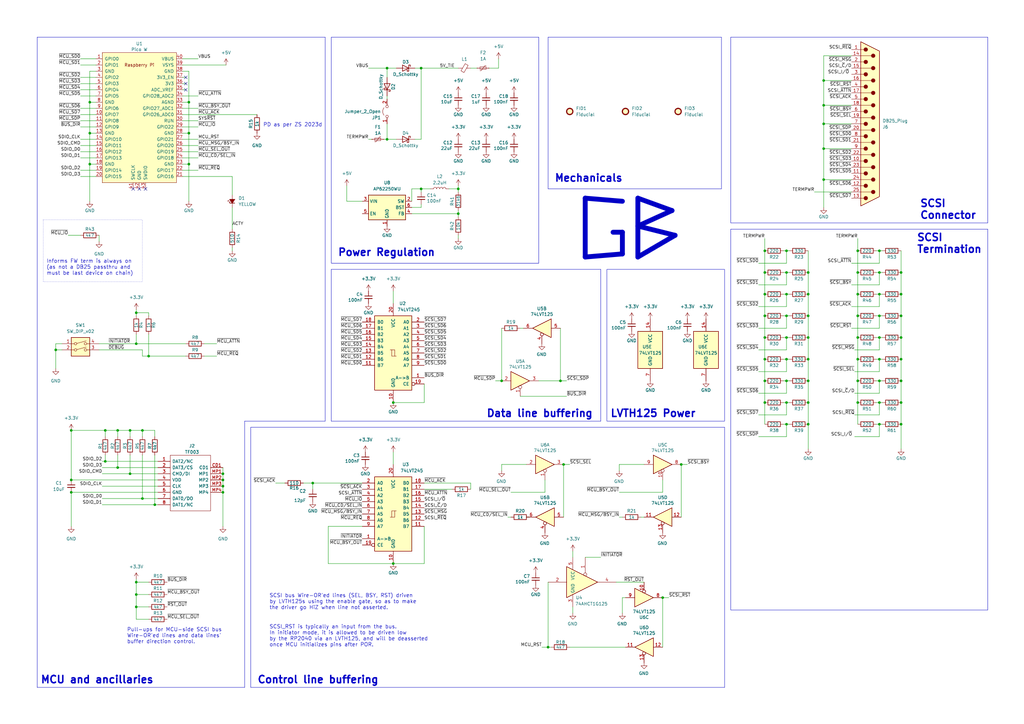
<source format=kicad_sch>
(kicad_sch (version 20230121) (generator eeschema)
  (paper "A3")
  (title_block (title "GBSCSI 2") (date "2024-02-01") (rev "1.0") (comment 1 "Drawn by; George Rudolf Mezzomo") (comment 2 "GBSCSI model 2,DB25 Plug"))
  (junction (at 271.78 245.11))
  (junction (at 43.18 189.23))
  (junction (at 48.26 176.53))
  (junction (at 351.79 156.21))
  (junction (at 172.72 27.94))
  (junction (at 360.68 173.99))
  (junction (at 322.58 165.1))
  (junction (at 158.75 57.15))
  (junction (at 55.88 128.27))
  (junction (at 369.57 173.99))
  (junction (at 331.47 173.99))
  (junction (at 48.26 191.77))
  (junction (at 331.47 120.65))
  (junction (at 369.57 156.21))
  (junction (at 360.68 165.1))
  (junction (at 77.47 67.31))
  (junction (at 63.5 207.01))
  (junction (at 331.47 111.76))
  (junction (at 187.96 87.63))
  (junction (at 360.68 147.32))
  (junction (at 55.88 238.76))
  (junction (at 313.69 138.43))
  (junction (at 55.88 140.97))
  (junction (at 360.68 120.65))
  (junction (at 77.47 54.61))
  (junction (at 351.79 102.87))
  (junction (at 231.14 190.5))
  (junction (at 53.34 194.31))
  (junction (at 337.82 50.8))
  (junction (at 351.79 120.65))
  (junction (at 29.21 201.93))
  (junction (at 337.82 33.02))
  (junction (at 313.69 165.1))
  (junction (at 91.44 199.39))
  (junction (at 322.58 129.54))
  (junction (at 313.69 129.54))
  (junction (at 351.79 129.54))
  (junction (at 351.79 111.76))
  (junction (at 43.18 176.53))
  (junction (at 55.88 248.92))
  (junction (at 36.83 67.31))
  (junction (at 331.47 156.21))
  (junction (at 337.82 60.96))
  (junction (at 322.58 173.99))
  (junction (at 360.68 138.43))
  (junction (at 91.44 196.85))
  (junction (at 205.74 156.21))
  (junction (at 322.58 147.32))
  (junction (at 322.58 120.65))
  (junction (at 322.58 138.43))
  (junction (at 369.57 129.54))
  (junction (at 322.58 156.21))
  (junction (at 331.47 165.1))
  (junction (at 369.57 120.65))
  (junction (at 91.44 194.31))
  (junction (at 55.88 243.84))
  (junction (at 322.58 102.87))
  (junction (at 337.82 73.66))
  (junction (at 351.79 147.32))
  (junction (at 91.44 201.93))
  (junction (at 161.29 165.1))
  (junction (at 369.57 111.76))
  (junction (at 77.47 41.91))
  (junction (at 369.57 138.43))
  (junction (at 128.27 198.12))
  (junction (at 229.87 156.21))
  (junction (at 360.68 156.21))
  (junction (at 360.68 102.87))
  (junction (at 313.69 102.87))
  (junction (at 369.57 165.1))
  (junction (at 331.47 147.32))
  (junction (at 337.82 43.18))
  (junction (at 351.79 138.43))
  (junction (at 313.69 156.21))
  (junction (at 313.69 111.76))
  (junction (at 53.34 176.53))
  (junction (at 369.57 147.32))
  (junction (at 360.68 111.76))
  (junction (at 322.58 111.76))
  (junction (at 36.83 41.91))
  (junction (at 161.29 231.14))
  (junction (at 172.72 77.47))
  (junction (at 313.69 120.65))
  (junction (at 360.68 129.54))
  (junction (at 58.42 176.53))
  (junction (at 279.4 190.5))
  (junction (at 331.47 129.54))
  (junction (at 158.75 27.94))
  (junction (at 313.69 147.32))
  (junction (at 36.83 54.61))
  (junction (at 22.86 143.51))
  (junction (at 58.42 204.47))
  (junction (at 351.79 165.1))
  (junction (at 29.21 196.85))
  (junction (at 187.96 77.47))
  (junction (at 331.47 138.43))
  (junction (at 60.96 146.05))
  (junction (at 29.21 176.53))
  (junction (at 224.79 265.43))
  (no_connect (at 76.2 36.83))
  (no_connect (at 54.61 77.47))
  (no_connect (at 76.2 34.29))
  (no_connect (at 76.2 31.75))
  (no_connect (at 59.69 77.47))
  (no_connect (at 57.15 77.47))
  (wire (pts (xy 95.25 85.09) (xy 95.25 93.98)))
  (wire (pts (xy 359.41 156.21) (xy 360.68 156.21)))
  (wire (pts (xy 187.96 76.2) (xy 187.96 77.47)))
  (wire (pts (xy 29.21 176.53) (xy 43.18 176.53)))
  (wire (pts (xy 39.37 62.23) (xy 33.02 62.23)))
  (wire (pts (xy 55.88 140.97) (xy 76.2 140.97)))
  (wire (pts (xy 74.93 72.39) (xy 95.25 72.39)))
  (wire (pts (xy 151.13 27.94) (xy 158.75 27.94)))
  (wire (pts (xy 240.03 228.6) (xy 246.38 228.6)))
  (wire (pts (xy 48.26 176.53) (xy 43.18 176.53)))
  (wire (pts (xy 313.69 102.87) (xy 313.69 111.76)))
  (wire (pts (xy 128.27 198.12) (xy 148.59 198.12)))
  (wire (pts (xy 134.62 215.9) (xy 134.62 231.14)))
  (wire (pts (xy 41.91 191.77) (xy 48.26 191.77)))
  (wire (pts (xy 41.91 204.47) (xy 58.42 204.47)))
  (wire (pts (xy 55.88 238.76) (xy 55.88 237.49)))
  (wire (pts (xy 311.15 179.07) (xy 322.58 179.07)))
  (wire (pts (xy 359.41 138.43) (xy 360.68 138.43)))
  (wire (pts (xy 64.77 201.93) (xy 29.21 201.93)))
  (wire (pts (xy 313.69 111.76) (xy 313.69 120.65)))
  (wire (pts (xy 60.96 248.92) (xy 55.88 248.92)))
  (wire (pts (xy 74.93 29.21) (xy 77.47 29.21)))
  (wire (pts (xy 254 212.09) (xy 255.27 212.09)))
  (polyline (pts (xy 100.33 281.94) (xy 100.33 172.72)))
  (wire (pts (xy 331.47 111.76) (xy 331.47 120.65)))
  (wire (pts (xy 360.68 165.1) (xy 361.95 165.1)))
  (wire (pts (xy 173.99 231.14) (xy 173.99 215.9)))
  (wire (pts (xy 33.02 96.52) (xy 27.94 96.52)))
  (wire (pts (xy 234.95 251.46) (xy 234.95 248.92)))
  (wire (pts (xy 331.47 138.43) (xy 331.47 147.32)))
  (polyline (pts (xy 297.18 281.94) (xy 297.18 175.26)))
  (wire (pts (xy 53.34 176.53) (xy 48.26 176.53)))
  (wire (pts (xy 359.41 147.32) (xy 360.68 147.32)))
  (wire (pts (xy 158.75 39.37) (xy 158.75 40.64)))
  (wire (pts (xy 161.29 185.42) (xy 161.29 190.5)))
  (wire (pts (xy 233.68 190.5) (xy 231.14 190.5)))
  (polyline (pts (xy 15.24 15.24) (xy 15.24 281.94)))
  (wire (pts (xy 74.93 44.45) (xy 81.28 44.45)))
  (polyline (pts (xy 133.35 172.72) (xy 133.35 15.24)))
  (wire (pts (xy 359.41 111.76) (xy 360.68 111.76)))
  (wire (pts (xy 350.52 143.51) (xy 360.68 143.51)))
  (wire (pts (xy 331.47 120.65) (xy 331.47 129.54)))
  (wire (pts (xy 369.57 111.76) (xy 369.57 120.65)))
  (wire (pts (xy 40.64 143.51) (xy 58.42 143.51)))
  (wire (pts (xy 351.79 165.1) (xy 351.79 173.99)))
  (wire (pts (xy 331.47 102.87) (xy 331.47 111.76)))
  (wire (pts (xy 321.31 173.99) (xy 322.58 173.99)))
  (wire (pts (xy 41.91 194.31) (xy 53.34 194.31)))
  (wire (pts (xy 39.37 64.77) (xy 33.02 64.77)))
  (wire (pts (xy 33.02 34.29) (xy 39.37 34.29)))
  (wire (pts (xy 58.42 143.51) (xy 58.42 146.05)))
  (wire (pts (xy 360.68 143.51) (xy 360.68 138.43)))
  (wire (pts (xy 63.5 176.53) (xy 63.5 179.07)))
  (wire (pts (xy 36.83 41.91) (xy 36.83 54.61)))
  (wire (pts (xy 322.58 170.18) (xy 322.58 165.1)))
  (wire (pts (xy 74.93 46.99) (xy 105.41 46.99)))
  (wire (pts (xy 337.82 33.02) (xy 337.82 43.18)))
  (wire (pts (xy 40.64 99.06) (xy 40.64 96.52)))
  (wire (pts (xy 53.34 194.31) (xy 64.77 194.31)))
  (wire (pts (xy 360.68 147.32) (xy 361.95 147.32)))
  (wire (pts (xy 321.31 138.43) (xy 322.58 138.43)))
  (wire (pts (xy 349.25 107.95) (xy 360.68 107.95)))
  (wire (pts (xy 359.41 102.87) (xy 360.68 102.87)))
  (wire (pts (xy 173.99 198.12) (xy 193.04 198.12)))
  (wire (pts (xy 55.88 248.92) (xy 55.88 243.84)))
  (wire (pts (xy 322.58 161.29) (xy 322.58 156.21)))
  (polyline (pts (xy 276.86 96.52) (xy 261.62 92.71)) (stroke (width 2)))
  (wire (pts (xy 172.72 77.47) (xy 172.72 78.74)))
  (wire (pts (xy 321.31 147.32) (xy 322.58 147.32)))
  (wire (pts (xy 360.68 116.84) (xy 360.68 111.76)))
  (wire (pts (xy 148.59 82.55) (xy 142.24 82.55)))
  (wire (pts (xy 254 201.93) (xy 271.78 201.93)))
  (polyline (pts (xy 246.38 110.49) (xy 135.89 110.49)))
  (wire (pts (xy 322.58 179.07) (xy 322.58 173.99)))
  (wire (pts (xy 39.37 72.39) (xy 33.02 72.39)))
  (wire (pts (xy 43.18 189.23) (xy 64.77 189.23)))
  (wire (pts (xy 351.79 138.43) (xy 351.79 147.32)))
  (wire (pts (xy 22.86 143.51) (xy 22.86 151.13)))
  (wire (pts (xy 193.04 27.94) (xy 195.58 27.94)))
  (polyline (pts (xy 240.03 81.28) (xy 240.03 105.41)) (stroke (width 2)))
  (wire (pts (xy 351.79 156.21) (xy 351.79 165.1)))
  (wire (pts (xy 255.27 245.11) (xy 255.27 251.46)))
  (wire (pts (xy 187.96 27.94) (xy 172.72 27.94)))
  (wire (pts (xy 172.72 77.47) (xy 176.53 77.47)))
  (wire (pts (xy 360.68 134.62) (xy 360.68 129.54)))
  (polyline (pts (xy 261.62 105.41) (xy 276.86 96.52)) (stroke (width 2)))
  (wire (pts (xy 172.72 27.94) (xy 172.72 57.15)))
  (wire (pts (xy 184.15 77.47) (xy 187.96 77.47)))
  (wire (pts (xy 360.68 102.87) (xy 361.95 102.87)))
  (polyline (pts (xy 255.27 82.55) (xy 240.03 81.28)) (stroke (width 2)))
  (wire (pts (xy 168.91 87.63) (xy 187.96 87.63)))
  (wire (pts (xy 322.58 111.76) (xy 323.85 111.76)))
  (wire (pts (xy 48.26 186.69) (xy 48.26 191.77)))
  (wire (pts (xy 88.9 146.05) (xy 83.82 146.05)))
  (wire (pts (xy 29.21 196.85) (xy 29.21 176.53)))
  (wire (pts (xy 311.15 170.18) (xy 322.58 170.18)))
  (wire (pts (xy 41.91 189.23) (xy 43.18 189.23)))
  (wire (pts (xy 124.46 198.12) (xy 128.27 198.12)))
  (wire (pts (xy 271.78 245.11) (xy 271.78 265.43)))
  (wire (pts (xy 41.91 199.39) (xy 64.77 199.39)))
  (polyline (pts (xy 261.62 81.28) (xy 275.59 86.36)) (stroke (width 2)))
  (wire (pts (xy 351.79 97.79) (xy 351.79 102.87)))
  (wire (pts (xy 360.68 125.73) (xy 360.68 120.65)))
  (wire (pts (xy 205.74 190.5) (xy 205.74 193.04)))
  (wire (pts (xy 172.72 57.15) (xy 170.18 57.15)))
  (wire (pts (xy 53.34 186.69) (xy 53.34 194.31)))
  (wire (pts (xy 311.15 134.62) (xy 322.58 134.62)))
  (polyline (pts (xy 246.38 172.72) (xy 246.38 110.49)))
  (polyline (pts (xy 102.87 175.26) (xy 297.18 175.26)))
  (wire (pts (xy 41.91 207.01) (xy 63.5 207.01)))
  (wire (pts (xy 224.79 238.76) (xy 224.79 265.43)))
  (wire (pts (xy 234.95 226.06) (xy 234.95 228.6)))
  (wire (pts (xy 25.4 140.97) (xy 22.86 140.97)))
  (wire (pts (xy 76.2 36.83) (xy 74.93 36.83)))
  (wire (pts (xy 360.68 156.21) (xy 361.95 156.21)))
  (wire (pts (xy 39.37 59.69) (xy 33.02 59.69)))
  (polyline (pts (xy 135.89 110.49) (xy 135.89 172.72)))
  (wire (pts (xy 187.96 96.52) (xy 187.96 97.79)))
  (wire (pts (xy 43.18 186.69) (xy 43.18 189.23)))
  (wire (pts (xy 311.15 152.4) (xy 322.58 152.4)))
  (wire (pts (xy 74.93 41.91) (xy 77.47 41.91)))
  (wire (pts (xy 170.18 27.94) (xy 172.72 27.94)))
  (wire (pts (xy 76.2 31.75) (xy 74.93 31.75)))
  (wire (pts (xy 187.96 87.63) (xy 187.96 88.9)))
  (wire (pts (xy 331.47 165.1) (xy 331.47 173.99)))
  (wire (pts (xy 205.74 190.5) (xy 215.9 190.5)))
  (wire (pts (xy 128.27 200.66) (xy 128.27 198.12)))
  (wire (pts (xy 351.79 111.76) (xy 351.79 120.65)))
  (wire (pts (xy 142.24 82.55) (xy 142.24 76.2)))
  (wire (pts (xy 36.83 41.91) (xy 39.37 41.91)))
  (wire (pts (xy 321.31 120.65) (xy 322.58 120.65)))
  (polyline (pts (xy 261.62 81.28) (xy 261.62 105.41)) (stroke (width 2)))
  (wire (pts (xy 322.58 138.43) (xy 323.85 138.43)))
  (wire (pts (xy 262.89 212.09) (xy 264.16 212.09)))
  (wire (pts (xy 313.69 97.79) (xy 313.69 102.87)))
  (wire (pts (xy 172.72 77.47) (xy 168.91 77.47)))
  (wire (pts (xy 168.91 85.09) (xy 172.72 85.09)))
  (wire (pts (xy 349.25 50.8) (xy 337.82 50.8)))
  (wire (pts (xy 134.62 231.14) (xy 161.29 231.14)))
  (wire (pts (xy 369.57 129.54) (xy 369.57 138.43)))
  (wire (pts (xy 60.96 129.54) (xy 60.96 128.27)))
  (wire (pts (xy 313.69 129.54) (xy 313.69 138.43)))
  (wire (pts (xy 321.31 129.54) (xy 322.58 129.54)))
  (wire (pts (xy 58.42 176.53) (xy 63.5 176.53)))
  (wire (pts (xy 74.93 24.13) (xy 81.28 24.13)))
  (wire (pts (xy 91.44 199.39) (xy 91.44 201.93)))
  (wire (pts (xy 337.82 43.18) (xy 337.82 50.8)))
  (wire (pts (xy 252.73 238.76) (xy 264.16 238.76)))
  (wire (pts (xy 55.88 127) (xy 55.88 128.27)))
  (wire (pts (xy 168.91 77.47) (xy 168.91 82.55)))
  (wire (pts (xy 279.4 190.5) (xy 279.4 212.09)))
  (wire (pts (xy 322.58 125.73) (xy 322.58 120.65)))
  (wire (pts (xy 33.02 44.45) (xy 39.37 44.45)))
  (wire (pts (xy 313.69 147.32) (xy 313.69 156.21)))
  (wire (pts (xy 369.57 120.65) (xy 369.57 129.54)))
  (wire (pts (xy 53.34 176.53) (xy 58.42 176.53)))
  (wire (pts (xy 157.48 57.15) (xy 158.75 57.15)))
  (wire (pts (xy 337.82 22.86) (xy 337.82 33.02)))
  (wire (pts (xy 313.69 120.65) (xy 313.69 129.54)))
  (wire (pts (xy 148.59 215.9) (xy 134.62 215.9)))
  (wire (pts (xy 200.66 27.94) (xy 204.47 27.94)))
  (wire (pts (xy 40.64 140.97) (xy 55.88 140.97)))
  (wire (pts (xy 311.15 107.95) (xy 322.58 107.95)))
  (wire (pts (xy 322.58 116.84) (xy 322.58 111.76)))
  (wire (pts (xy 313.69 156.21) (xy 313.69 165.1)))
  (polyline (pts (xy 275.59 86.36) (xy 275.59 86.36)) (stroke (width 2)))
  (wire (pts (xy 77.47 54.61) (xy 77.47 67.31)))
  (wire (pts (xy 60.96 254) (xy 55.88 254)))
  (wire (pts (xy 349.25 22.86) (xy 337.82 22.86)))
  (wire (pts (xy 55.88 128.27) (xy 60.96 128.27)))
  (wire (pts (xy 217.17 212.09) (xy 215.9 212.09)))
  (wire (pts (xy 311.15 161.29) (xy 322.58 161.29)))
  (wire (pts (xy 311.15 125.73) (xy 322.58 125.73)))
  (wire (pts (xy 322.58 143.51) (xy 322.58 138.43)))
  (wire (pts (xy 113.03 198.12) (xy 116.84 198.12)))
  (wire (pts (xy 158.75 57.15) (xy 162.56 57.15)))
  (wire (pts (xy 359.41 129.54) (xy 360.68 129.54)))
  (wire (pts (xy 224.79 265.43) (xy 226.06 265.43)))
  (wire (pts (xy 360.68 152.4) (xy 360.68 147.32)))
  (wire (pts (xy 360.68 111.76) (xy 361.95 111.76)))
  (wire (pts (xy 220.98 156.21) (xy 229.87 156.21)))
  (wire (pts (xy 322.58 129.54) (xy 323.85 129.54)))
  (wire (pts (xy 74.93 57.15) (xy 81.28 57.15)))
  (wire (pts (xy 33.02 36.83) (xy 39.37 36.83)))
  (wire (pts (xy 33.02 31.75) (xy 39.37 31.75)))
  (wire (pts (xy 369.57 156.21) (xy 369.57 165.1)))
  (wire (pts (xy 74.93 26.67) (xy 92.71 26.67)))
  (wire (pts (xy 91.44 196.85) (xy 91.44 199.39)))
  (wire (pts (xy 322.58 120.65) (xy 323.85 120.65)))
  (wire (pts (xy 359.41 165.1) (xy 360.68 165.1)))
  (wire (pts (xy 95.25 101.6) (xy 95.25 102.87)))
  (wire (pts (xy 60.96 137.16) (xy 60.96 146.05)))
  (wire (pts (xy 58.42 176.53) (xy 58.42 179.07)))
  (wire (pts (xy 322.58 165.1) (xy 323.85 165.1)))
  (wire (pts (xy 22.86 140.97) (xy 22.86 143.51)))
  (wire (pts (xy 321.31 111.76) (xy 322.58 111.76)))
  (wire (pts (xy 369.57 147.32) (xy 369.57 156.21)))
  (wire (pts (xy 222.25 265.43) (xy 224.79 265.43)))
  (polyline (pts (xy 102.87 175.26) (xy 102.87 281.94)))
  (wire (pts (xy 76.2 34.29) (xy 74.93 34.29)))
  (wire (pts (xy 337.82 60.96) (xy 349.25 60.96)))
  (wire (pts (xy 58.42 186.69) (xy 58.42 204.47)))
  (wire (pts (xy 43.18 176.53) (xy 43.18 179.07)))
  (wire (pts (xy 360.68 170.18) (xy 360.68 165.1)))
  (wire (pts (xy 91.44 191.77) (xy 91.44 194.31)))
  (polyline (pts (xy 135.89 172.72) (xy 246.38 172.72)))
  (wire (pts (xy 60.96 243.84) (xy 55.88 243.84)))
  (wire (pts (xy 231.14 190.5) (xy 231.14 212.09)))
  (wire (pts (xy 322.58 134.62) (xy 322.58 129.54)))
  (wire (pts (xy 33.02 26.67) (xy 39.37 26.67)))
  (wire (pts (xy 369.57 138.43) (xy 369.57 147.32)))
  (wire (pts (xy 161.29 231.14) (xy 173.99 231.14)))
  (wire (pts (xy 39.37 29.21) (xy 36.83 29.21)))
  (wire (pts (xy 74.93 67.31) (xy 77.47 67.31)))
  (wire (pts (xy 331.47 147.32) (xy 331.47 156.21)))
  (wire (pts (xy 360.68 161.29) (xy 360.68 156.21)))
  (wire (pts (xy 360.68 129.54) (xy 361.95 129.54)))
  (wire (pts (xy 331.47 173.99) (xy 331.47 184.15)))
  (wire (pts (xy 359.41 173.99) (xy 360.68 173.99)))
  (wire (pts (xy 369.57 173.99) (xy 369.57 184.15)))
  (wire (pts (xy 254 190.5) (xy 254 193.04)))
  (wire (pts (xy 60.96 238.76) (xy 55.88 238.76)))
  (wire (pts (xy 151.13 57.15) (xy 152.4 57.15)))
  (wire (pts (xy 55.88 254) (xy 55.88 248.92)))
  (wire (pts (xy 58.42 146.05) (xy 60.96 146.05)))
  (polyline (pts (xy 261.62 92.71) (xy 261.62 92.71)) (stroke (width 2)))
  (wire (pts (xy 36.83 67.31) (xy 39.37 67.31)))
  (wire (pts (xy 204.47 27.94) (xy 204.47 24.13)))
  (wire (pts (xy 55.88 137.16) (xy 55.88 140.97)))
  (polyline (pts (xy 276.86 96.52) (xy 276.86 96.52)) (stroke (width 2)))
  (wire (pts (xy 33.02 49.53) (xy 39.37 49.53)))
  (wire (pts (xy 274.32 245.11) (xy 271.78 245.11)))
  (wire (pts (xy 74.93 54.61) (xy 77.47 54.61)))
  (wire (pts (xy 281.94 190.5) (xy 279.4 190.5)))
  (wire (pts (xy 36.83 29.21) (xy 36.83 41.91)))
  (wire (pts (xy 36.83 54.61) (xy 36.83 67.31)))
  (wire (pts (xy 350.52 170.18) (xy 360.68 170.18)))
  (polyline (pts (xy 100.33 172.72) (xy 133.35 172.72)))
  (wire (pts (xy 203.2 156.21) (xy 205.74 156.21)))
  (wire (pts (xy 55.88 243.84) (xy 55.88 238.76)))
  (wire (pts (xy 158.75 50.8) (xy 158.75 57.15)))
  (wire (pts (xy 74.93 69.85) (xy 81.28 69.85)))
  (wire (pts (xy 33.02 39.37) (xy 39.37 39.37)))
  (wire (pts (xy 213.36 134.62) (xy 214.63 134.62)))
  (wire (pts (xy 193.04 200.66) (xy 193.04 198.12)))
  (wire (pts (xy 349.25 134.62) (xy 360.68 134.62)))
  (wire (pts (xy 349.25 125.73) (xy 360.68 125.73)))
  (wire (pts (xy 91.44 201.93) (xy 91.44 215.9)))
  (wire (pts (xy 77.47 41.91) (xy 77.47 54.61)))
  (wire (pts (xy 233.68 265.43) (xy 256.54 265.43)))
  (polyline (pts (xy 15.24 281.94) (xy 100.33 281.94)))
  (wire (pts (xy 33.02 46.99) (xy 39.37 46.99)))
  (wire (pts (xy 173.99 157.48) (xy 173.99 165.1)))
  (wire (pts (xy 322.58 173.99) (xy 323.85 173.99)))
  (wire (pts (xy 162.56 27.94) (xy 158.75 27.94)))
  (wire (pts (xy 187.96 86.36) (xy 187.96 87.63)))
  (wire (pts (xy 55.88 128.27) (xy 55.88 129.54)))
  (wire (pts (xy 322.58 147.32) (xy 323.85 147.32)))
  (wire (pts (xy 264.16 190.5) (xy 254 190.5)))
  (wire (pts (xy 91.44 194.31) (xy 91.44 196.85)))
  (wire (pts (xy 39.37 69.85) (xy 33.02 69.85)))
  (wire (pts (xy 359.41 120.65) (xy 360.68 120.65)))
  (polyline (pts (xy 251.46 95.25) (xy 255.27 95.25)) (stroke (width 2)))
  (wire (pts (xy 229.87 134.62) (xy 229.87 156.21)))
  (wire (pts (xy 208.28 212.09) (xy 209.55 212.09)))
  (wire (pts (xy 74.93 39.37) (xy 81.28 39.37)))
  (polyline (pts (xy 261.62 92.71) (xy 275.59 86.36)) (stroke (width 2)))
  (wire (pts (xy 337.82 50.8) (xy 337.82 60.96)))
  (wire (pts (xy 351.79 147.32) (xy 351.79 156.21)))
  (wire (pts (xy 351.79 102.87) (xy 351.79 111.76)))
  (wire (pts (xy 271.78 201.93) (xy 271.78 196.85)))
  (wire (pts (xy 256.54 245.11) (xy 255.27 245.11)))
  (wire (pts (xy 74.93 64.77) (xy 81.28 64.77)))
  (wire (pts (xy 74.93 62.23) (xy 81.28 62.23)))
  (wire (pts (xy 360.68 173.99) (xy 361.95 173.99)))
  (wire (pts (xy 337.82 73.66) (xy 349.25 73.66)))
  (wire (pts (xy 350.52 179.07) (xy 360.68 179.07)))
  (wire (pts (xy 321.31 165.1) (xy 322.58 165.1)))
  (wire (pts (xy 321.31 102.87) (xy 322.58 102.87)))
  (wire (pts (xy 322.58 102.87) (xy 323.85 102.87)))
  (wire (pts (xy 36.83 67.31) (xy 36.83 82.55)))
  (wire (pts (xy 36.83 54.61) (xy 39.37 54.61)))
  (wire (pts (xy 74.93 59.69) (xy 81.28 59.69)))
  (wire (pts (xy 360.68 138.43) (xy 361.95 138.43)))
  (wire (pts (xy 349.25 116.84) (xy 360.68 116.84)))
  (wire (pts (xy 53.34 176.53) (xy 53.34 179.07)))
  (wire (pts (xy 63.5 186.69) (xy 63.5 207.01)))
  (wire (pts (xy 232.41 162.56) (xy 213.36 162.56)))
  (wire (pts (xy 313.69 165.1) (xy 313.69 173.99)))
  (wire (pts (xy 360.68 179.07) (xy 360.68 173.99)))
  (wire (pts (xy 39.37 57.15) (xy 33.02 57.15)))
  (wire (pts (xy 311.15 143.51) (xy 322.58 143.51)))
  (wire (pts (xy 161.29 119.38) (xy 161.29 124.46)))
  (wire (pts (xy 33.02 52.07) (xy 39.37 52.07)))
  (wire (pts (xy 322.58 156.21) (xy 323.85 156.21)))
  (wire (pts (xy 360.68 120.65) (xy 361.95 120.65)))
  (wire (pts (xy 232.41 156.21) (xy 229.87 156.21)))
  (wire (pts (xy 63.5 207.01) (xy 64.77 207.01)))
  (wire (pts (xy 321.31 156.21) (xy 322.58 156.21)))
  (wire (pts (xy 223.52 201.93) (xy 223.52 196.85)))
  (polyline (pts (xy 102.87 281.94) (xy 297.18 281.94)))
  (wire (pts (xy 64.77 196.85) (xy 29.21 196.85)))
  (wire (pts (xy 74.93 52.07) (xy 81.28 52.07)))
  (wire (pts (xy 322.58 152.4) (xy 322.58 147.32)))
  (wire (pts (xy 350.52 161.29) (xy 360.68 161.29)))
  (wire (pts (xy 185.42 200.66) (xy 173.99 200.66)))
  (wire (pts (xy 33.02 24.13) (xy 39.37 24.13)))
  (wire (pts (xy 313.69 138.43) (xy 313.69 147.32)))
  (wire (pts (xy 95.25 72.39) (xy 95.25 80.01)))
  (wire (pts (xy 74.93 49.53) (xy 81.28 49.53)))
  (polyline (pts (xy 240.03 105.41) (xy 255.27 104.14)) (stroke (width 2)))
  (wire (pts (xy 337.82 60.96) (xy 337.82 73.66)))
  (wire (pts (xy 29.21 201.93) (xy 29.21 215.9)))
  (wire (pts (xy 369.57 102.87) (xy 369.57 111.76)))
  (wire (pts (xy 331.47 129.54) (xy 331.47 138.43)))
  (wire (pts (xy 360.68 107.95) (xy 360.68 102.87)))
  (wire (pts (xy 48.26 191.77) (xy 64.77 191.77)))
  (wire (pts (xy 22.86 143.51) (xy 25.4 143.51)))
  (wire (pts (xy 88.9 140.97) (xy 83.82 140.97)))
  (wire (pts (xy 351.79 120.65) (xy 351.79 129.54)))
  (wire (pts (xy 337.82 73.66) (xy 337.82 85.09)))
  (wire (pts (xy 172.72 85.09) (xy 172.72 83.82)))
  (wire (pts (xy 205.74 134.62) (xy 205.74 156.21)))
  (wire (pts (xy 334.01 78.74) (xy 349.25 78.74)))
  (wire (pts (xy 369.57 165.1) (xy 369.57 173.99)))
  (wire (pts (xy 351.79 129.54) (xy 351.79 138.43)))
  (wire (pts (xy 350.52 152.4) (xy 360.68 152.4)))
  (wire (pts (xy 209.55 201.93) (xy 223.52 201.93)))
  (wire (pts (xy 331.47 156.21) (xy 331.47 165.1)))
  (wire (pts (xy 322.58 107.95) (xy 322.58 102.87)))
  (wire (pts (xy 337.82 43.18) (xy 349.25 43.18)))
  (wire (pts (xy 77.47 29.21) (xy 77.47 41.91)))
  (wire (pts (xy 311.15 116.84) (xy 322.58 116.84)))
  (wire (pts (xy 173.99 165.1) (xy 161.29 165.1)))
  (wire (pts (xy 77.47 67.31) (xy 77.47 82.55)))
  (wire (pts (xy 48.26 179.07) (xy 48.26 176.53)))
  (polyline (pts (xy 255.27 104.14) (xy 255.27 95.25)) (stroke (width 2)))
  (wire (pts (xy 337.82 33.02) (xy 349.25 33.02)))
  (wire (pts (xy 187.96 77.47) (xy 187.96 78.74)))
  (wire (pts (xy 58.42 204.47) (xy 64.77 204.47)))
  (polyline (pts (xy 133.35 15.24) (xy 15.24 15.24)))
  (wire (pts (xy 158.75 27.94) (xy 158.75 31.75)))
  (wire (pts (xy 60.96 146.05) (xy 76.2 146.05)))
  (rectangle (start 299.72 93.98) (end 405.13 250.19))
  (rectangle (start 224.79 15.24) (end 295.91 77.47))
  (rectangle (start 248.92 110.49) (end 297.18 172.72))
  (rectangle (start 299.72 15.24) (end 405.13 91.44))
  (rectangle (start 17.78 90.17) (end 58.42 115.57) (stroke (width 0) (type dot)))
  (rectangle (start 135.89 15.24) (end 220.98 107.95))
  (text "PD as per ZS 2023d\n\n" (at 107.95 54.61 0) (effects (font (size 1.524 1.524)) (justify left bottom)))
  (text "Pull-ups for MCU-side SCSI bus\nWire-OR'ed lines and data lines'\nbuffer direction control." (at 52.07 264.16 0) (effects (font (size 1.524 1.524)) (justify left bottom)))
  (text "MCU and ancillaries" (at 16.51 280.67 0) (effects (font (size 3 3) (thickness 0.6) bold) (justify left bottom)))
  (text "SCSI_RST is typically an input from the bus.\nIn initiator mode, it is allowed to be driven low\nby the RP2040 via an LVTH125, and will be deasserted\nonce MCU initializes pins after POR." (at 110.49 265.43 0) (effects (font (size 1.524 1.524)) (justify left bottom)))
  (text "Data line buffering" (at 199.39 171.45 0) (effects (font (size 3 3) (thickness 0.6) bold) (justify left bottom)))
  (text "LVTH125 Power" (at 250.19 171.45 0) (effects (font (size 3 3) (thickness 0.6) bold) (justify left bottom)))
  (text "Power Regulation" (at 138.43 105.41 0) (effects (font (size 3 3) (thickness 0.6) bold) (justify left bottom)))
  (text "SCSI\nConnector\n" (at 377.19 90.17 0) (effects (font (size 3 3) (thickness 0.6) bold) (justify left bottom)))
  (text "Mechanicals" (at 227.33 74.93 0) (effects (font (size 3 3) (thickness 0.6) bold) (justify left bottom)))
  (text "Informs FW term is always on\n(as not a DB25 passthru and\nmust be last device on chain)" (at 19.05 113.03 0) (effects (font (size 1.524 1.524)) (justify left bottom)))
  (text "Control line buffering" (at 105.41 280.67 0) (effects (font (size 3 3) (thickness 0.6) bold) (justify left bottom)))
  (text "SCSI bus Wire-OR'ed lines (SEL, BSY, RST) driven\nby LVTH125s using the enable gate, so as to make\nthe driver go HiZ when line not asserted." (at 110.49 250.19 0) (effects (font (size 1.524 1.524)) (justify left bottom)))
  (text "SCSI\nTermination" (at 375.92 104.14 0) (effects (font (size 3 3) (thickness 0.6) bold) (justify left bottom)))
  (label "~{SCSI_BSY}" (at 349.25 116.84 180))
  (label "~{MCU_REQ}" (at 88.9 146.05 0))
  (label "~{MCU_SD5}" (at 148.59 137.16 180))
  (label "~{MCU_CD{slash}SEL_IN}" (at 208.28 212.09 180))
  (label "~{SCSI_MSG}" (at 349.25 25.4 180))
  (label "SCSI_~{REQ}" (at 173.99 213.36 0))
  (label "~{INITIATOR}" (at 148.59 220.98 180))
  (label "~{SCSI_SD5}" (at 173.99 137.16 0))
  (label "VBUS" (at 151.13 27.94 180))
  (label "SDIO_D3" (at 33.02 72.39 180))
  (label "~{BUS_DIR}" (at 173.99 154.94 0))
  (label "~{MCU_REQ}" (at 148.59 213.36 180))
  (label "SDIO_CMD" (at 41.91 194.31 180))
  (label "~{DEBUG}" (at 44.45 143.51 0))
  (label "SDIO_D2" (at 41.91 189.23 180))
  (label "~{MCU_ACK}" (at 173.99 198.12 0))
  (label "~{SCSI_SD4}" (at 173.99 139.7 0))
  (label "~{SCSI_SD3}" (at 311.15 134.62 180))
  (label "SCSI_~{REQ}" (at 350.52 170.18 180))
  (label "~{SCSI_SDP}" (at 349.25 53.34 180))
  (label "~{SCSI_SD2}" (at 173.99 144.78 0))
  (label "~{SCSI_SD7}" (at 311.15 170.18 180))
  (label "~{SCSI_SD7}" (at 349.25 81.28 180))
  (label "VBUS" (at 81.28 24.13 0))
  (label "~{SCSI_SD0}" (at 311.15 107.95 180))
  (label "~{INITIATOR}" (at 246.38 228.6 0))
  (label "~{SCSI_SD1}" (at 173.99 147.32 0))
  (label "TERMPWR" (at 351.79 97.79 180))
  (label "~{MCU_SD7}" (at 33.02 46.99 180))
  (label "~{INITIATOR}" (at 44.45 140.97 0))
  (label "~{SCSI_SDP}" (at 311.15 179.07 180))
  (label "~{MCU_IO}" (at 81.28 52.07 0))
  (label "~{MCU_SD3}" (at 33.02 34.29 180))
  (label "~{BUS_DIR}" (at 33.02 52.07 180))
  (label "SYS~{RST}" (at 81.28 49.53 0))
  (label "~{SCSI_ACK}" (at 113.03 198.12 180))
  (label "~{MCU_SD5}" (at 33.02 39.37 180))
  (label "~{MCU_ACK}" (at 81.28 46.99 0))
  (label "SDIO_D1" (at 33.02 64.77 180))
  (label "SCSI_~{ATTN}" (at 349.25 107.95 180))
  (label "~{SCSI_SEL}" (at 233.68 190.5 0))
  (label "~{MCU_SD1}" (at 148.59 147.32 180))
  (label "SCSI_I{slash}~{O} " (at 350.52 179.07 180))
  (label "SCSI_~{ATTN}" (at 148.59 203.2 180))
  (label "SCSI_I{slash}~{O} " (at 349.25 30.48 180))
  (label "~{MCU_SD3}" (at 148.59 142.24 180))
  (label "SDIO_D1" (at 41.91 207.01 180))
  (label "~{SCSI_SD7}" (at 173.99 132.08 0))
  (label "~{SCSI_ACK}" (at 349.25 125.73 180))
  (label "SCSI_~{C}{slash}D" (at 349.25 27.94 180))
  (label "~{MCU_ATTN}" (at 81.28 39.37 0))
  (label "~{SCSI_SD1}" (at 349.25 58.42 180))
  (label "~{MCU_SEL_OUT}" (at 81.28 62.23 0))
  (label "SDIO_D0" (at 41.91 204.47 180))
  (label "~{MCU_BSY_OUT}" (at 81.28 44.45 0))
  (label "~{SCSI_SEL}" (at 349.25 48.26 180))
  (label "~{SCSI_SD3}" (at 349.25 66.04 180))
  (label "~{MCU_SD4}" (at 33.02 36.83 180))
  (label "~{SCSI_BSY}" (at 349.25 45.72 180))
  (label "~{MCU_ATTN}" (at 88.9 140.97 0))
  (label "5V_TIE" (at 180.34 27.94 0))
  (label "SDIO_CLK" (at 41.91 199.39 180))
  (label "~{MCU_CD{slash}SEL_IN}" (at 148.59 208.28 180))
  (label "TERMPWR" (at 334.01 78.74 180))
  (label "SDIO_D2" (at 33.02 69.85 180))
  (label "TERMPWR" (at 313.69 97.79 180))
  (label "~{SCSI_SD0}" (at 173.99 149.86 0))
  (label "SCSI_~{ATTN}" (at 349.25 38.1 180))
  (label "~{MCU_SD2}" (at 33.02 31.75 180))
  (label "SCSI_~{C}{slash}D" (at 173.99 208.28 0))
  (label "~{MCU_SEL_OUT}" (at 68.58 254 0))
  (label "~{MCU_REQ}" (at 81.28 69.85 0))
  (label "MCU_RST" (at 222.25 265.43 180))
  (label "~{SCSI_SD3}" (at 173.99 142.24 0))
  (label "~{MCU_SD4}" (at 148.59 139.7 180))
  (label "SDIO_D0" (at 33.02 62.23 180))
  (label "SDIO_CMD" (at 33.02 59.69 180))
  (label "~{SCSI_SD6}" (at 173.99 134.62 0))
  (label "~{MCU_BSY_OUT}" (at 148.59 223.52 180))
  (label "SDIO_D3" (at 41.91 191.77 180))
  (label "~{SCSI_SD5}" (at 349.25 71.12 180))
  (label "~{SCSI_SD5}" (at 311.15 152.4 180))
  (label "~{MCU_SD7}" (at 148.59 132.08 180))
  (label "~{SCSI_SD2}" (at 349.25 63.5 180))
  (label "~{MCU_MSG{slash}BSY_IN}" (at 254 212.09 180))
  (label "~{MCU_SEL_OUT}" (at 209.55 201.93 180))
  (label "~{SCSI_SD4}" (at 311.15 143.51 180))
  (label "~{MCU_SD6}" (at 148.59 134.62 180))
  (label "~{SCSI_SD4}" (at 349.25 68.58 180))
  (label "~{MCU_CD{slash}SEL_IN}" (at 81.28 64.77 0))
  (label "~{SCSI_RST}" (at 349.25 134.62 180))
  (label "~{SCSI_SD0}" (at 349.25 55.88 180))
  (label "SCSI_~{REQ}" (at 349.25 20.32 180))
  (label "~{SCSI_SD1}" (at 311.15 116.84 180))
  (label "~{SCSI_BSY}" (at 281.94 190.5 0))
  (label "~{MCU_MSG{slash}BSY_IN}" (at 148.59 210.82 180))
  (label "~{SCSI_MSG}" (at 173.99 210.82 0))
  (label "~{SCSI_ACK}" (at 349.25 40.64 180))
  (label "~{MCU_SD6}" (at 33.02 44.45 180))
  (label "~{MCU_BSY_OUT}" (at 68.58 243.84 0))
  (label "~{RST_OUT}" (at 68.58 248.92 0))
  (label "~{RST_OUT}" (at 264.16 238.76 180))
  (label "~{MCU_BSY_OUT}" (at 254 201.93 180))
  (label "~{SCSI_SEL}" (at 350.52 152.4 180))
  (label "~{MCU_IO}" (at 27.94 96.52 180))
  (label "~{SCSI_MSG}" (at 350.52 143.51 180))
  (label "~{MCU_SD2}" (at 148.59 144.78 180))
  (label "~{SCSI_SD2}" (at 311.15 125.73 180))
  (label "~{MCU_ATTN}" (at 173.99 203.2 0))
  (label "~{BUS_DIR}" (at 68.58 238.76 0))
  (label "~{MCU_IO}" (at 148.59 205.74 180))
  (label "~{MCU_SDP}" (at 33.02 49.53 180))
  (label "TERMPWR" (at 151.13 57.15 180))
  (label "~{SCSI_RST}" (at 274.32 245.11 0))
  (label "~{SCSI_SD6}" (at 349.25 76.2 180))
  (label "~{MCU_SDP}" (at 203.2 156.21 180))
  (label "MCU_RST" (at 81.28 57.15 0))
  (label "~{MCU_SD1}" (at 33.02 26.67 180))
  (label "~{SCSI_RST}" (at 349.25 35.56 180))
  (label "~{SCSI_ACK}" (at 148.59 200.66 180))
  (label "SDIO_CLK" (at 33.02 57.15 180))
  (label "SCSI_~{C}{slash}D" (at 350.52 161.29 180))
  (label "ACTY" (at 95.25 92.71 0))
  (label "~{BUS_DIR}" (at 232.41 162.56 0))
  (label "SCSI_I{slash}~{O} " (at 173.99 205.74 0))
  (label "~{SCSI_SD6}" (at 311.15 161.29 180))
  (label "~{MCU_SD0}" (at 33.02 24.13 180))
  (label "~{SCSI_SDP}" (at 232.41 156.21 0))
  (label "~{MCU_MSG{slash}BSY_IN}" (at 81.28 59.69 0))
  (label "~{MCU_SD0}" (at 148.59 149.86 180))
  (symbol (lib_id "Device:R") (at 317.5 120.65 90) (mirror x) (unit 1)
    (property "Reference" "R26" (at 317.5 123.19 90))
    (property "Value" "220" (at 317.5 120.65 90))
    (property "Footprint" "Resistor_SMD:R_0603_1608Metric" (effects hide))
    (property "LCSC" "C22962" (effects hide))
  )
  (symbol (lib_id "Device:R") (at 317.5 102.87 90) (mirror x) (unit 1)
    (property "Reference" "R22" (at 317.5 105.41 90))
    (property "Value" "220" (at 317.5 102.87 90))
    (property "Footprint" "Resistor_SMD:R_0603_1608Metric" (effects hide))
    (property "LCSC" "C22962" (effects hide))
  )
  (symbol (lib_id "power:+5V") (at 92.71 26.67 0) (unit 1)
    (property "Reference" "#PWR013" (effects hide))
    (property "Value" "+5V" (at 92.71 21.59 0))
  )
  (symbol (lib_id "Device:R") (at 355.6 111.76 90) (mirror x) (unit 1)
    (property "Reference" "R45" (at 355.6 114.3 90))
    (property "Value" "220" (at 355.6 111.76 90))
    (property "Footprint" "Resistor_SMD:R_0603_1608Metric" (effects hide))
    (property "LCSC" "C22962" (effects hide))
  )
  (symbol (lib_id "Device:R") (at 365.76 147.32 90) (mirror x) (unit 1)
    (property "Reference" "R58" (at 365.76 149.86 90))
    (property "Value" "330" (at 365.76 147.32 90))
    (property "Footprint" "Resistor_SMD:R_0603_1608Metric" (effects hide))
    (property "LCSC" "C23138" (effects hide))
  )
  (symbol (lib_id "Mechanical:Fiducial") (at 233.68 45.72 0) (unit 1)
    (property "Reference" "FID1" (at 236.22 44.45 0) (effects (justify left)))
    (property "Value" "Fiducial" (at 236.22 46.99 0) (effects (justify left)))
    (property "Footprint" "Fiducial:Fiducial_0.5mm_Mask1mm" (effects hide))
    (property "LCSC" "N/A" (effects hide))
  )
  (symbol (lib_id "Device:R") (at 365.76 156.21 90) (mirror x) (unit 1)
    (property "Reference" "R59" (at 365.76 158.75 90))
    (property "Value" "330" (at 365.76 156.21 90))
    (property "Footprint" "Resistor_SMD:R_0603_1608Metric" (effects hide))
    (property "LCSC" "C23138" (effects hide))
  )
  (symbol (lib_id "74xx:74LS245") (at 161.29 210.82 0) (unit 1)
    (property "Reference" "U3" (at 166.37 190.5 0))
    (property "Value" "74LVT245" (at 168.91 193.04 0))
    (property "Footprint" "Package_SO:SSOP-20_5.3x7.2mm_P0.65mm" (effects hide))
    (property "Datasheet" "http://www.ti.com/lit/gpn/sn74LS245" (effects hide))
    (property "LCSC" "C2652121" (effects hide))
  )
  (symbol (lib_id "power:+3.3V") (at 151.13 119.38 0) (unit 1)
    (property "Reference" "#PWR019" (effects hide))
    (property "Value" "+3.3V" (at 151.13 114.3 0))
  )
  (symbol (lib_id "power:GND") (at 77.47 82.55 0) (unit 1)
    (property "Reference" "#PWR011" (effects hide))
    (property "Value" "GND" (at 77.47 86.36 0))
  )
  (symbol (lib_id "power:+5V") (at 199.39 38.1 0) (mirror y) (unit 1)
    (property "Reference" "#PWR075" (effects hide))
    (property "Value" "+5V" (at 199.39 33.02 0))
  )
  (symbol (lib_id "Device:R") (at 60.96 133.35 0) (unit 1)
    (property "Reference" "R6" (at 62.992 133.35 90))
    (property "Value" "1k" (at 60.96 133.35 90))
    (property "Footprint" "Resistor_SMD:R_0603_1608Metric" (effects hide))
    (property "LCSC" "C21190" (effects hide))
  )
  (symbol (lib_id "power:GND") (at 205.74 193.04 0) (mirror y) (unit 1)
    (property "Reference" "#PWR026" (effects hide))
    (property "Value" "GND" (at 205.613 197.4342 0))
  )
  (symbol (lib_id "74xx:74LVC125") (at 289.56 143.51 0) (unit 5)
    (property "Reference" "U6" (at 288.29 142.24 0))
    (property "Value" "74LVT125" (at 289.56 144.78 0))
    (property "Footprint" "Package_SO:TSSOP-14_4.4x5mm_P0.65mm" (effects hide))
    (property "Datasheet" "http://www.ti.com/lit/gpn/sn74LVC125" (effects hide))
    (property "LCSC" "C7042" (effects hide))
  )
  (symbol (lib_id "power:+3.3V") (at 149.86 185.42 0) (unit 1)
    (property "Reference" "#PWR017" (effects hide))
    (property "Value" "+3.3V" (at 149.86 180.34 0))
  )
  (symbol (lib_id "power:+3.3V") (at 161.29 185.42 0) (unit 1)
    (property "Reference" "#PWR061" (effects hide))
    (property "Value" "+3.3V" (at 161.29 180.34 0))
  )
  (symbol (lib_id "power:GND") (at 161.29 165.1 0) (unit 1)
    (property "Reference" "#PWR022" (effects hide))
    (property "Value" "GND" (at 161.29 168.91 0))
  )
  (symbol (lib_id "Device:C_Small") (at 187.96 59.69 0) (unit 1)
    (property "Reference" "C12" (at 185.6486 58.5216 0) (effects (justify right)))
    (property "Value" "22uF" (at 185.6486 60.833 0) (effects (justify right)))
    (property "Footprint" "Capacitor_SMD:C_0603_1608Metric" (effects hide))
    (property "LCSC" "C59461" (effects hide))
  )
  (symbol (lib_id "Device:C_Small") (at 259.08 133.35 0) (unit 1)
    (property "Reference" "C5" (at 256.7686 132.1816 0) (effects (justify right)))
    (property "Value" "100nF" (at 256.7686 134.493 0) (effects (justify right)))
    (property "Footprint" "Capacitor_SMD:C_0603_1608Metric" (effects hide))
    (property "LCSC" "C14663" (effects hide))
  )
  (symbol (lib_id "Device:R") (at 327.66 165.1 90) (mirror x) (unit 1)
    (property "Reference" "R37" (at 327.66 167.64 90))
    (property "Value" "330" (at 327.66 165.1 90))
    (property "Footprint" "Resistor_SMD:R_0603_1608Metric" (effects hide))
    (property "LCSC" "C23138" (effects hide))
  )
  (symbol (lib_id "power:+3.3V") (at 161.29 119.38 0) (unit 1)
    (property "Reference" "#PWR062" (effects hide))
    (property "Value" "+3.3V" (at 161.29 114.3 0))
  )
  (symbol (lib_id "power:GND") (at 95.25 102.87 0) (mirror y) (unit 1)
    (property "Reference" "#PWR014" (effects hide))
    (property "Value" "GND" (at 95.25 106.68 0))
  )
  (symbol (lib_id "74xx:74LVC125") (at 264.16 265.43 0) (mirror y) (unit 4)
    (property "Reference" "U6" (at 264.16 257.3782 0))
    (property "Value" "74LVT125" (at 264.16 259.6896 0))
    (property "Footprint" "Package_SO:TSSOP-14_4.4x5mm_P0.65mm" (effects hide))
    (property "Datasheet" "http://www.ti.com/lit/gpn/sn74LVC125" (effects hide))
    (property "LCSC" "C7042" (effects hide))
  )
  (symbol (lib_id "74xx:74LVC125") (at 223.52 190.5 0) (unit 1)
    (property "Reference" "U6" (at 223.52 182.4482 0))
    (property "Value" "74LVT125" (at 223.52 184.7596 0))
    (property "Footprint" "Package_SO:TSSOP-14_4.4x5mm_P0.65mm" (effects hide))
    (property "Datasheet" "http://www.ti.com/lit/gpn/sn74LVC125" (effects hide))
    (property "LCSC" "C7042" (effects hide))
  )
  (symbol (lib_id "Device:R") (at 327.66 147.32 90) (mirror x) (unit 1)
    (property "Reference" "R33" (at 327.66 149.86 90))
    (property "Value" "330" (at 327.66 147.32 90))
    (property "Footprint" "Resistor_SMD:R_0603_1608Metric" (effects hide))
    (property "LCSC" "C23138" (effects hide))
  )
  (symbol (lib_id "Device:R") (at 80.01 140.97 90) (unit 1)
    (property "Reference" "R8" (at 80.01 138.43 90))
    (property "Value" "4k7" (at 80.01 140.97 90))
    (property "Footprint" "Resistor_SMD:R_0603_1608Metric" (effects hide))
    (property "LCSC" "C23162" (effects hide))
  )
  (symbol (lib_id "power:GND") (at 210.82 62.23 0) (unit 1)
    (property "Reference" "#PWR074" (effects hide))
    (property "Value" "GND" (at 210.82 66.04 0))
  )
  (symbol (lib_id "Device:R") (at 365.76 102.87 90) (mirror x) (unit 1)
    (property "Reference" "R53" (at 365.76 105.41 90))
    (property "Value" "330" (at 365.76 102.87 90))
    (property "Footprint" "Resistor_SMD:R_0603_1608Metric" (effects hide))
    (property "LCSC" "C23138" (effects hide))
  )
  (symbol (lib_id "power:GND") (at 199.39 43.18 0) (unit 1)
    (property "Reference" "#PWR076" (effects hide))
    (property "Value" "GND" (at 199.39 46.99 0))
  )
  (symbol (lib_id "Device:D_Schottky") (at 166.37 27.94 0) (mirror y) (unit 1)
    (property "Reference" "D3" (at 166.37 25.4 0))
    (property "Value" "D_Schottky" (at 166.37 30.48 0))
    (property "Footprint" "Diode_SMD:D_SOD-123" (effects hide))
    (property "LCSC" "C82544" (effects hide))
  )
  (symbol (lib_id "Mechanical:Fiducial") (at 278.13 45.72 0) (unit 1)
    (property "Reference" "FID3" (at 280.67 44.45 0) (effects (justify left)))
    (property "Value" "Fiducial" (at 280.67 46.99 0) (effects (justify left)))
    (property "Footprint" "Fiducial:Fiducial_0.5mm_Mask1mm" (effects hide))
    (property "LCSC" "N/A" (effects hide))
  )
  (symbol (lib_id "Device:R") (at 355.6 138.43 90) (mirror x) (unit 1)
    (property "Reference" "R48" (at 355.6 140.97 90))
    (property "Value" "220" (at 355.6 138.43 90))
    (property "Footprint" "Resistor_SMD:R_0603_1608Metric" (effects hide))
    (property "LCSC" "C22962" (effects hide))
  )
  (symbol (lib_id "Device:R") (at 317.5 111.76 90) (mirror x) (unit 1)
    (property "Reference" "R24" (at 317.5 114.3 90))
    (property "Value" "220" (at 317.5 111.76 90))
    (property "Footprint" "Resistor_SMD:R_0603_1608Metric" (effects hide))
    (property "LCSC" "C22962" (effects hide))
  )
  (symbol (lib_id "Device:R") (at 63.5 182.88 180) (unit 1)
    (property "Reference" "R7" (at 61.468 182.88 90))
    (property "Value" "4k7" (at 63.5 182.88 90))
    (property "Footprint" "Resistor_SMD:R_0603_1608Metric" (effects hide))
    (property "LCSC" "C23162" (effects hide))
  )
  (symbol (lib_id "power:GND") (at 149.86 190.5 0) (unit 1)
    (property "Reference" "#PWR018" (effects hide))
    (property "Value" "GND" (at 149.86 194.31 0))
  )
  (symbol (lib_id "Device:R") (at 187.96 82.55 0) (mirror y) (unit 1)
    (property "Reference" "R41" (at 185.42 82.55 90))
    (property "Value" "31k6" (at 187.96 82.55 90))
    (property "Footprint" "Resistor_SMD:R_0603_1608Metric" (effects hide))
    (property "LCSC" "C25967" (effects hide))
  )
  (symbol (lib_id "power:GND") (at 22.86 151.13 0) (unit 1)
    (property "Reference" "#PWR02" (effects hide))
    (property "Value" "GND" (at 22.86 156.21 0))
  )
  (symbol (lib_id "power:GND") (at 151.13 124.46 0) (unit 1)
    (property "Reference" "#PWR020" (effects hide))
    (property "Value" "GND" (at 151.13 128.27 0))
  )
  (symbol (lib_id "power:+5V") (at 204.47 24.13 0) (unit 1)
    (property "Reference" "#PWR031" (effects hide))
    (property "Value" "+5V" (at 204.47 19.05 0))
  )
  (symbol (lib_id "power:GND") (at 254 193.04 0) (mirror y) (unit 1)
    (property "Reference" "#PWR032" (effects hide))
    (property "Value" "GND" (at 253.873 197.4342 0))
  )
  (symbol (lib_id "power:+5V") (at 142.24 76.2 0) (unit 1)
    (property "Reference" "#PWR063" (effects hide))
    (property "Value" "+5V" (at 142.24 71.12 0))
  )
  (symbol (lib_id "74xx:74LVC125") (at 271.78 190.5 0) (unit 3)
    (property "Reference" "U5" (at 271.78 182.4482 0))
    (property "Value" "74LVT125" (at 271.78 184.7596 0))
    (property "Footprint" "Package_SO:TSSOP-14_4.4x5mm_P0.65mm" (effects hide))
    (property "Datasheet" "http://www.ti.com/lit/gpn/sn74LVC125" (effects hide))
    (property "LCSC" "C7042" (effects hide))
  )
  (symbol (lib_id "power:+3.3V") (at 219.71 234.95 0) (unit 1)
    (property "Reference" "#PWR025" (effects hide))
    (property "Value" "+3.3V" (at 219.71 229.87 0))
  )
  (symbol (lib_id "Device:C_Small") (at 149.86 187.96 0) (unit 1)
    (property "Reference" "C3" (at 147.5486 186.7916 0) (effects (justify right)))
    (property "Value" "100nF" (at 147.5486 189.103 0) (effects (justify right)))
    (property "Footprint" "Capacitor_SMD:C_0603_1608Metric" (effects hide))
    (property "LCSC" "C14663" (effects hide))
  )
  (symbol (lib_id "Device:R") (at 355.6 102.87 90) (mirror x) (unit 1)
    (property "Reference" "R44" (at 355.6 105.41 90))
    (property "Value" "220" (at 355.6 102.87 90))
    (property "Footprint" "Resistor_SMD:R_0603_1608Metric" (effects hide))
    (property "LCSC" "C22962" (effects hide))
  )
  (symbol (lib_id "power:+3.3V") (at 259.08 130.81 0) (unit 1)
    (property "Reference" "#PWR044" (effects hide))
    (property "Value" "+3.3V" (at 259.08 125.73 0))
  )
  (symbol (lib_id "power:GND") (at 161.29 231.14 0) (unit 1)
    (property "Reference" "#PWR023" (effects hide))
    (property "Value" "GND" (at 161.29 234.95 0))
  )
  (symbol (lib_id "Device:R") (at 64.77 254 90) (mirror x) (unit 1)
    (property "Reference" "R13" (at 64.77 251.46 90))
    (property "Value" "4k7" (at 64.77 254 90))
    (property "Footprint" "Resistor_SMD:R_0603_1608Metric" (effects hide))
    (property "LCSC" "C23162" (effects hide))
  )
  (symbol (lib_id "Device:R") (at 189.23 200.66 90) (mirror x) (unit 1)
    (property "Reference" "R17" (at 189.23 203.2 90))
    (property "Value" "1k" (at 189.23 200.66 90))
    (property "Footprint" "Resistor_SMD:R_0603_1608Metric" (effects hide))
    (property "LCSC" "C21190" (effects hide))
  )
  (symbol (lib_id "Device:R") (at 36.83 96.52 270) (mirror x) (unit 1)
    (property "Reference" "R43" (at 36.83 93.98 90))
    (property "Value" "4k7" (at 36.83 96.52 90))
    (property "Footprint" "Resistor_SMD:R_0603_1608Metric" (effects hide))
    (property "LCSC" "C23162" (effects hide))
  )
  (symbol (lib_id "power:+3.3V") (at 187.96 76.2 0) (unit 1)
    (property "Reference" "#PWR065" (effects hide))
    (property "Value" "+3.3V" (at 187.96 71.12 0))
  )
  (symbol (lib_id "Device:R") (at 317.5 165.1 90) (mirror x) (unit 1)
    (property "Reference" "R36" (at 317.5 167.64 90))
    (property "Value" "220" (at 317.5 165.1 90))
    (property "Footprint" "Resistor_SMD:R_0603_1608Metric" (effects hide))
    (property "LCSC" "C22962" (effects hide))
  )
  (symbol (lib_id "power:+3.3V") (at 55.88 237.49 0) (unit 1)
    (property "Reference" "#PWR010" (effects hide))
    (property "Value" "+3.3V" (at 55.88 232.41 0))
  )
  (symbol (lib_id "Device:R") (at 355.6 147.32 90) (mirror x) (unit 1)
    (property "Reference" "R49" (at 355.6 149.86 90))
    (property "Value" "220" (at 355.6 147.32 90))
    (property "Footprint" "Resistor_SMD:R_0603_1608Metric" (effects hide))
    (property "LCSC" "C22962" (effects hide))
  )
  (symbol (lib_id "Device:D_Schottky") (at 158.75 35.56 270) (mirror x) (unit 1)
    (property "Reference" "D2" (at 161.29 35.56 0))
    (property "Value" "D_Schottky" (at 156.21 35.56 0))
    (property "Footprint" "Diode_SMD:D_SOD-123" (effects hide))
    (property "LCSC" "C82544" (effects hide))
  )
  (symbol (lib_id "Device:R") (at 120.65 198.12 90) (mirror x) (unit 1)
    (property "Reference" "R16" (at 120.65 200.152 90))
    (property "Value" "110" (at 120.65 198.12 90))
    (property "Footprint" "Resistor_SMD:R_0603_1608Metric" (effects hide))
    (property "LCSC" "C22781" (effects hide))
  )
  (symbol (lib_id "Device:C_Small") (at 128.27 203.2 0) (mirror y) (unit 1)
    (property "Reference" "C2" (at 125.476 201.422 0) (effects (justify left)))
    (property "Value" "12pF" (at 125.476 205.232 0) (effects (justify left)))
    (property "Footprint" "Capacitor_SMD:C_0603_1608Metric" (effects hide))
    (property "LCSC" "C38523" (effects hide))
  )
  (symbol (lib_id "Device:R") (at 365.76 165.1 90) (mirror x) (unit 1)
    (property "Reference" "R60" (at 365.76 167.64 90))
    (property "Value" "330" (at 365.76 165.1 90))
    (property "Footprint" "Resistor_SMD:R_0603_1608Metric" (effects hide))
    (property "LCSC" "C23138" (effects hide))
  )
  (symbol (lib_id "power:GND") (at 219.71 240.03 0) (unit 1)
    (property "Reference" "#PWR043" (effects hide))
    (property "Value" "GND" (at 219.71 243.84 0))
  )
  (symbol (lib_id "Device:R") (at 365.76 173.99 90) (mirror x) (unit 1)
    (property "Reference" "R61" (at 365.76 176.53 90))
    (property "Value" "330" (at 365.76 173.99 90))
    (property "Footprint" "Resistor_SMD:R_0603_1608Metric" (effects hide))
    (property "LCSC" "C23138" (effects hide))
  )
  (symbol (lib_id "Device:R") (at 95.25 97.79 0) (mirror x) (unit 1)
    (property "Reference" "R14" (at 97.79 97.79 90))
    (property "Value" "510" (at 95.25 97.79 90))
    (property "Footprint" "Resistor_SMD:R_0603_1608Metric" (effects hide))
    (property "LCSC" "C23193" (effects hide))
  )
  (symbol (lib_id "power:+3.3V") (at 266.7 130.81 0) (unit 1)
    (property "Reference" "#PWR033" (effects hide))
    (property "Value" "+3.3V" (at 266.7 125.73 0))
  )
  (symbol (lib_id "Device:R") (at 365.76 120.65 90) (mirror x) (unit 1)
    (property "Reference" "R55" (at 365.76 123.19 90))
    (property "Value" "330" (at 365.76 120.65 90))
    (property "Footprint" "Resistor_SMD:R_0603_1608Metric" (effects hide))
    (property "LCSC" "C23138" (effects hide))
  )
  (symbol (lib_id "power:+3.3V") (at 199.39 57.15 0) (unit 1)
    (property "Reference" "#PWR067" (effects hide))
    (property "Value" "+3.3V" (at 199.39 52.07 0))
  )
  (symbol (lib_id "Device:R") (at 259.08 212.09 90) (mirror x) (unit 1)
    (property "Reference" "R21" (at 259.08 209.55 90))
    (property "Value" "1k" (at 259.08 212.09 90))
    (property "Footprint" "Resistor_SMD:R_0603_1608Metric" (effects hide))
    (property "LCSC" "C21190" (effects hide))
  )
  (symbol (lib_id "RPi_Pico:Pico") (at 57.15 48.26 0) (unit 1)
    (property "Reference" "U1" (at 57.15 17.8958 0))
    (property "Value" "Pico W" (at 57.15 20.32 0))
    (property "Footprint" "GBSCSI:RPi_Pico_W_SMD" (effects hide))
    (property "LCSC" "C7203003" (effects hide))
  )
  (symbol (lib_id "Device:R") (at 365.76 129.54 90) (mirror x) (unit 1)
    (property "Reference" "R56" (at 365.76 132.08 90))
    (property "Value" "330" (at 365.76 129.54 90))
    (property "Footprint" "Resistor_SMD:R_0603_1608Metric" (effects hide))
    (property "LCSC" "C23138" (effects hide))
  )
  (symbol (lib_id "74xx:74LVC125") (at 222.25 134.62 0) (mirror y) (unit 2)
    (property "Reference" "U5" (at 222.25 126.5682 0))
    (property "Value" "74LVT125" (at 222.25 128.8796 0))
    (property "Footprint" "Package_SO:TSSOP-14_4.4x5mm_P0.65mm" (effects hide))
    (property "Datasheet" "http://www.ti.com/lit/gpn/sn74LVC125" (effects hide))
    (property "LCSC" "C7042" (effects hide))
  )
  (symbol (lib_id "Device:R") (at 317.5 147.32 90) (mirror x) (unit 1)
    (property "Reference" "R32" (at 317.5 149.86 90))
    (property "Value" "220" (at 317.5 147.32 90))
    (property "Footprint" "Resistor_SMD:R_0603_1608Metric" (effects hide))
    (property "LCSC" "C22962" (effects hide))
  )
  (symbol (lib_id "Device:R") (at 317.5 129.54 90) (mirror x) (unit 1)
    (property "Reference" "R28" (at 317.5 132.08 90))
    (property "Value" "220" (at 317.5 129.54 90))
    (property "Footprint" "Resistor_SMD:R_0603_1608Metric" (effects hide))
    (property "LCSC" "C22962" (effects hide))
  )
  (symbol (lib_id "Device:R") (at 327.66 120.65 90) (mirror x) (unit 1)
    (property "Reference" "R27" (at 327.66 123.19 90))
    (property "Value" "330" (at 327.66 120.65 90))
    (property "Footprint" "Resistor_SMD:R_0603_1608Metric" (effects hide))
    (property "LCSC" "C23138" (effects hide))
  )
  (symbol (lib_id "Device:R") (at 43.18 182.88 180) (unit 1)
    (property "Reference" "R1" (at 41.148 182.88 90))
    (property "Value" "4k7" (at 43.18 182.88 90))
    (property "Footprint" "Resistor_SMD:R_0603_1608Metric" (effects hide))
    (property "LCSC" "C23162" (effects hide))
  )
  (symbol (lib_id "Mechanical:Fiducial") (at 256.54 45.72 0) (unit 1)
    (property "Reference" "FID2" (at 259.08 44.45 0) (effects (justify left)))
    (property "Value" "Fiducial" (at 259.08 46.99 0) (effects (justify left)))
    (property "Footprint" "Fiducial:Fiducial_0.5mm_Mask1mm" (effects hide))
    (property "LCSC" "N/A" (effects hide))
  )
  (symbol (lib_id "Device:R") (at 53.34 182.88 180) (unit 1)
    (property "Reference" "R3" (at 51.308 182.88 90))
    (property "Value" "4k7" (at 53.34 182.88 90))
    (property "Footprint" "Resistor_SMD:R_0603_1608Metric" (effects hide))
    (property "LCSC" "C23162" (effects hide))
  )
  (symbol (lib_id "74xx:74LVC125") (at 271.78 212.09 0) (mirror y) (unit 4)
    (property "Reference" "U5" (at 271.78 204.0382 0))
    (property "Value" "74LVT125" (at 271.78 206.3496 0))
    (property "Footprint" "Package_SO:TSSOP-14_4.4x5mm_P0.65mm" (effects hide))
    (property "Datasheet" "http://www.ti.com/lit/gpn/sn74LVC125" (effects hide))
    (property "LCSC" "C7042" (effects hide))
  )
  (symbol (lib_id "Device:R") (at 317.5 156.21 90) (mirror x) (unit 1)
    (property "Reference" "R34" (at 317.5 158.75 90))
    (property "Value" "220" (at 317.5 156.21 90))
    (property "Footprint" "Resistor_SMD:R_0603_1608Metric" (effects hide))
    (property "LCSC" "C22962" (effects hide))
  )
  (symbol (lib_id "Device:R") (at 55.88 133.35 0) (unit 1)
    (property "Reference" "R4" (at 57.912 133.35 90))
    (property "Value" "1k" (at 55.88 133.35 90))
    (property "Footprint" "Resistor_SMD:R_0603_1608Metric" (effects hide))
    (property "LCSC" "C21190" (effects hide))
  )
  (symbol (lib_id "power:GND") (at 281.94 135.89 0) (unit 1)
    (property "Reference" "#PWR047" (effects hide))
    (property "Value" "GND" (at 281.94 139.7 0))
  )
  (symbol (lib_id "power:GND") (at 271.78 218.44 0) (mirror y) (unit 1)
    (property "Reference" "#PWR035" (effects hide))
    (property "Value" "GND" (at 271.653 222.8342 0))
  )
  (symbol (lib_id "Device:R") (at 327.66 173.99 90) (mirror x) (unit 1)
    (property "Reference" "R39" (at 327.66 176.53 90))
    (property "Value" "330" (at 327.66 173.99 90))
    (property "Footprint" "Resistor_SMD:R_0603_1608Metric" (effects hide))
    (property "LCSC" "C23138" (effects hide))
  )
  (symbol (lib_id "Device:R") (at 365.76 138.43 90) (mirror x) (unit 1)
    (property "Reference" "R57" (at 365.76 140.97 90))
    (property "Value" "330" (at 365.76 138.43 90))
    (property "Footprint" "Resistor_SMD:R_0603_1608Metric" (effects hide))
    (property "LCSC" "C23138" (effects hide))
  )
  (symbol (lib_id "74xx:74LVC125") (at 223.52 212.09 0) (mirror y) (unit 2)
    (property "Reference" "U6" (at 223.52 204.0382 0))
    (property "Value" "74LVT125" (at 223.52 206.3496 0))
    (property "Footprint" "Package_SO:TSSOP-14_4.4x5mm_P0.65mm" (effects hide))
    (property "Datasheet" "http://www.ti.com/lit/gpn/sn74LVC125" (effects hide))
    (property "LCSC" "C7042" (effects hide))
  )
  (symbol (lib_id "Device:C_Small") (at 172.72 81.28 0) (mirror y) (unit 1)
    (property "Reference" "C14" (at 175.0314 80.1116 0) (effects (justify right)))
    (property "Value" "100nF" (at 175.0314 82.423 0) (effects (justify right)))
    (property "Footprint" "Capacitor_SMD:C_0603_1608Metric" (effects hide))
    (property "LCSC" "C14663" (effects hide))
  )
  (symbol (lib_id "Device:R") (at 327.66 129.54 90) (mirror x) (unit 1)
    (property "Reference" "R29" (at 327.66 132.08 90))
    (property "Value" "330" (at 327.66 129.54 90))
    (property "Footprint" "Resistor_SMD:R_0603_1608Metric" (effects hide))
    (property "LCSC" "C23138" (effects hide))
  )
  (symbol (lib_id "power:GND") (at 36.83 82.55 0) (unit 1)
    (property "Reference" "#PWR05" (effects hide))
    (property "Value" "GND" (at 36.83 86.36 0))
  )
  (symbol (lib_id "Device:C_Small") (at 151.13 121.92 0) (unit 1)
    (property "Reference" "C4" (at 148.8186 120.7516 0) (effects (justify right)))
    (property "Value" "100nF" (at 148.8186 123.063 0) (effects (justify right)))
    (property "Footprint" "Capacitor_SMD:C_0603_1608Metric" (effects hide))
    (property "LCSC" "C14663" (effects hide))
  )
  (symbol (lib_id "Device:C_Small") (at 29.21 199.39 0) (unit 1)
    (property "Reference" "C1" (at 24.13 198.12 0))
    (property "Value" "10uF" (at 24.13 200.66 0))
    (property "Footprint" "Capacitor_SMD:C_0603_1608Metric" (effects hide))
    (property "LCSC" "C96446" (effects hide))
  )
  (symbol (lib_id "Device:D_Schottky") (at 166.37 57.15 0) (mirror y) (unit 1)
    (property "Reference" "D4" (at 166.37 54.61 0))
    (property "Value" "D_Schottky" (at 166.37 59.69 0))
    (property "Footprint" "Diode_SMD:D_SOD-123" (effects hide))
    (property "LCSC" "C82544" (effects hide))
  )
  (symbol (lib_id "Device:R") (at 58.42 182.88 180) (unit 1)
    (property "Reference" "R5" (at 56.388 182.88 90))
    (property "Value" "4k7" (at 58.42 182.88 90))
    (property "Footprint" "Resistor_SMD:R_0603_1608Metric" (effects hide))
    (property "LCSC" "C23162" (effects hide))
  )
  (symbol (lib_id "Device:R") (at 355.6 120.65 90) (mirror x) (unit 1)
    (property "Reference" "R46" (at 355.6 123.19 90))
    (property "Value" "220" (at 355.6 120.65 90))
    (property "Footprint" "Resistor_SMD:R_0603_1608Metric" (effects hide))
    (property "LCSC" "C22962" (effects hide))
  )
  (symbol (lib_id "power:GND") (at 234.95 251.46 0) (mirror y) (unit 1)
    (property "Reference" "#PWR024" (effects hide))
    (property "Value" "GND" (at 234.823 255.8542 0))
  )
  (symbol (lib_id "Regulator_Switching:AP62250Z6") (at 158.75 85.09 0) (unit 1)
    (property "Reference" "U8" (at 158.75 74.93 0))
    (property "Value" "AP62250WU" (at 158.75 77.47 0))
    (property "Footprint" "Package_TO_SOT_SMD:TSOT-23-6" (effects hide))
    (property "Datasheet" "https://www.diodes.com/assets/Datasheets/AP62250.pdf" (effects hide))
    (property "LCSC" "C5184228" (effects hide))
  )
  (symbol (lib_id "74xx:74LVC125") (at 264.16 245.11 0) (mirror x) (unit 3)
    (property "Reference" "U6" (at 264.16 253.1618 0))
    (property "Value" "74LVT125" (at 264.16 250.8504 0))
    (property "Footprint" "Package_SO:TSSOP-14_4.4x5mm_P0.65mm" (effects hide))
    (property "Datasheet" "http://www.ti.com/lit/gpn/sn74LVC125" (effects hide))
    (property "LCSC" "C7042" (effects hide))
  )
  (symbol (lib_id "power:GND") (at 369.57 184.15 0) (unit 1)
    (property "Reference" "#PWR01" (effects hide))
    (property "Value" "GND" (at 369.57 187.96 0))
  )
  (symbol (lib_id "Device:R") (at 355.6 129.54 90) (mirror x) (unit 1)
    (property "Reference" "R47" (at 355.6 132.08 90))
    (property "Value" "220" (at 355.6 129.54 90))
    (property "Footprint" "Resistor_SMD:R_0603_1608Metric" (effects hide))
    (property "LCSC" "C22962" (effects hide))
  )
  (symbol (lib_id "Device:R") (at 229.87 265.43 270) (mirror x) (unit 1)
    (property "Reference" "R18" (at 229.87 263.398 90))
    (property "Value" "4k7" (at 229.87 265.43 90))
    (property "Footprint" "Resistor_SMD:R_0603_1608Metric" (effects hide))
    (property "LCSC" "C23162" (effects hide))
  )
  (symbol (lib_id "power:GND") (at 210.82 43.18 0) (unit 1)
    (property "Reference" "#PWR078" (effects hide))
    (property "Value" "GND" (at 210.82 46.99 0))
  )
  (symbol (lib_id "power:GND") (at 223.52 218.44 0) (mirror y) (unit 1)
    (property "Reference" "#PWR029" (effects hide))
    (property "Value" "GND" (at 223.393 222.8342 0))
  )
  (symbol (lib_id "power:+3.3V") (at 210.82 57.15 0) (unit 1)
    (property "Reference" "#PWR073" (effects hide))
    (property "Value" "+3.3V" (at 210.82 52.07 0))
  )
  (symbol (lib_id "Device:Polyfuse_Small") (at 198.12 27.94 90) (unit 1)
    (property "Reference" "F2" (at 198.12 21.59 90))
    (property "Value" "1A" (at 198.12 24.13 90))
    (property "Footprint" "Fuse:Fuse_0805_2012Metric" (effects hide))
    (property "LCSC" "C468888" (effects hide))
  )
  (symbol (lib_id "Jumper:Jumper_2_Open") (at 158.75 45.72 90) (unit 1)
    (property "Reference" "JP1" (at 156.21 48.26 90) (effects (justify left)))
    (property "Value" "Jumper_2_Open" (at 156.21 45.72 90) (effects (justify left)))
    (property "Footprint" "Connector_PinHeader_2.54mm:PinHeader_2x01_P2.54mm_Vertical" (effects hide))
    (property "LCSC" "N/A" (effects hide))
  )
  (symbol (lib_id "Device:C_Small") (at 199.39 59.69 0) (unit 1)
    (property "Reference" "C13" (at 197.0786 58.5216 0) (effects (justify right)))
    (property "Value" "22uF" (at 197.0786 60.833 0) (effects (justify right)))
    (property "Footprint" "Capacitor_SMD:C_0603_1608Metric" (effects hide))
    (property "LCSC" "C59461" (effects hide))
  )
  (symbol (lib_id "Connector:DB25_Plug") (at 356.87 50.8 0) (mirror x) (unit 1)
    (property "Reference" "J6" (at 361.95 52.07 0) (effects (justify left)))
    (property "Value" "DB25_Plug" (at 361.95 49.53 0) (effects (justify left)))
    (property "Footprint" "Connector_Dsub:DSUB-25_Male_EdgeMount_P2.77mm" (effects hide))
    (property "Datasheet" " ~" (effects hide))
    (property "LCSC" "N/A" (effects hide))
  )
  (symbol (lib_id "74xx:74LVC125") (at 213.36 156.21 0) (unit 1)
    (property "Reference" "U5" (at 213.36 148.1582 0))
    (property "Value" "74LVT125" (at 213.36 150.4696 0))
    (property "Footprint" "Package_SO:TSSOP-14_4.4x5mm_P0.65mm" (effects hide))
    (property "Datasheet" "http://www.ti.com/lit/gpn/sn74LVC125" (effects hide))
    (property "LCSC" "C7042" (effects hide))
  )
  (symbol (lib_id "power:GND") (at 255.27 251.46 0) (mirror y) (unit 1)
    (property "Reference" "#PWR027" (effects hide))
    (property "Value" "GND" (at 255.143 255.8542 0))
  )
  (symbol (lib_id "Device:R") (at 327.66 138.43 90) (mirror x) (unit 1)
    (property "Reference" "R31" (at 327.66 140.97 90))
    (property "Value" "330" (at 327.66 138.43 90))
    (property "Footprint" "Resistor_SMD:R_0603_1608Metric" (effects hide))
    (property "LCSC" "C23138" (effects hide))
  )
  (symbol (lib_id "Device:R") (at 64.77 248.92 90) (mirror x) (unit 1)
    (property "Reference" "R12" (at 64.77 246.38 90))
    (property "Value" "4k7" (at 64.77 248.92 90))
    (property "Footprint" "Resistor_SMD:R_0603_1608Metric" (effects hide))
    (property "LCSC" "C23162" (effects hide))
  )
  (symbol (lib_id "power:GND") (at 187.96 43.18 0) (unit 1)
    (property "Reference" "#PWR072" (effects hide))
    (property "Value" "GND" (at 187.96 46.99 0))
  )
  (symbol (lib_id "Device:R") (at 365.76 111.76 90) (mirror x) (unit 1)
    (property "Reference" "R54" (at 365.76 114.3 90))
    (property "Value" "330" (at 365.76 111.76 90))
    (property "Footprint" "Resistor_SMD:R_0603_1608Metric" (effects hide))
    (property "LCSC" "C23138" (effects hide))
  )
  (symbol (lib_id "Device:R") (at 213.36 212.09 90) (mirror x) (unit 1)
    (property "Reference" "R20" (at 213.36 209.55 90))
    (property "Value" "1k" (at 213.36 212.09 90))
    (property "Footprint" "Resistor_SMD:R_0603_1608Metric" (effects hide))
    (property "LCSC" "C21190" (effects hide))
  )
  (symbol (lib_id "Device:C_Small") (at 199.39 40.64 0) (unit 1)
    (property "Reference" "C17" (at 197.0786 39.4716 0) (effects (justify right)))
    (property "Value" "1uF" (at 197.0786 41.783 0) (effects (justify right)))
    (property "Footprint" "Capacitor_SMD:C_0603_1608Metric" (effects hide))
    (property "LCSC" "C15849" (effects hide))
  )
  (symbol (lib_id "Device:R") (at 317.5 138.43 90) (mirror x) (unit 1)
    (property "Reference" "R30" (at 317.5 140.97 90))
    (property "Value" "220" (at 317.5 138.43 90))
    (property "Footprint" "Resistor_SMD:R_0603_1608Metric" (effects hide))
    (property "LCSC" "C22962" (effects hide))
  )
  (symbol (lib_id "Device:R") (at 105.41 50.8 0) (mirror y) (unit 1)
    (property "Reference" "R15" (at 102.87 50.8 90))
    (property "Value" "1k" (at 105.41 50.8 90))
    (property "Footprint" "Resistor_SMD:R_0603_1608Metric" (effects hide))
    (property "LCSC" "C21190" (effects hide))
  )
  (symbol (lib_id "power:GND") (at 187.96 62.23 0) (unit 1)
    (property "Reference" "#PWR069" (effects hide))
    (property "Value" "GND" (at 187.96 66.04 0))
  )
  (symbol (lib_id "power:GND") (at 29.21 215.9 0) (unit 1)
    (property "Reference" "#PWR04" (effects hide))
    (property "Value" "GND" (at 29.21 220.98 0))
  )
  (symbol (lib_id "power:GND") (at 105.41 54.61 0) (unit 1)
    (property "Reference" "#PWR015" (effects hide))
    (property "Value" "GND" (at 105.41 59.69 0))
  )
  (symbol (lib_id "power:+3.3V") (at 187.96 57.15 0) (unit 1)
    (property "Reference" "#PWR066" (effects hide))
    (property "Value" "+3.3V" (at 187.96 52.07 0))
  )
  (symbol (lib_id "power:GND") (at 259.08 135.89 0) (unit 1)
    (property "Reference" "#PWR045" (effects hide))
    (property "Value" "GND" (at 259.08 139.7 0))
  )
  (symbol (lib_id "Device:R") (at 327.66 156.21 90) (mirror x) (unit 1)
    (property "Reference" "R35" (at 327.66 158.75 90))
    (property "Value" "330" (at 327.66 156.21 90))
    (property "Footprint" "Resistor_SMD:R_0603_1608Metric" (effects hide))
    (property "LCSC" "C23138" (effects hide))
  )
  (symbol (lib_id "Device:R") (at 209.55 134.62 270) (mirror x) (unit 1)
    (property "Reference" "R19" (at 209.55 132.08 90))
    (property "Value" "1k" (at 209.55 134.62 90))
    (property "Footprint" "Resistor_SMD:R_0603_1608Metric" (effects hide))
    (property "LCSC" "C21190" (effects hide))
  )
  (symbol (lib_id "Device:FerriteBead_Small") (at 190.5 27.94 270) (unit 1)
    (property "Reference" "L1" (at 190.5 24.257 90))
    (property "Value" "Ferrite_Bead_Small" (effects hide))
    (property "Footprint" "Inductor_SMD:L_0603_1608Metric" (effects hide))
    (property "LCSC" "C1002" (effects hide))
  )
  (symbol (lib_id "Device:C_Small") (at 187.96 40.64 0) (unit 1)
    (property "Reference" "C15" (at 185.6486 39.4716 0) (effects (justify right)))
    (property "Value" "10uF" (at 185.6486 41.783 0) (effects (justify right)))
    (property "Footprint" "Capacitor_SMD:C_0603_1608Metric" (effects hide))
    (property "LCSC" "C96446" (effects hide))
  )
  (symbol (lib_id "74xx:74LS245") (at 161.29 144.78 0) (mirror y) (unit 1)
    (property "Reference" "U2" (at 165.1 124.46 0))
    (property "Value" "74LVT245" (at 167.64 127 0))
    (property "Footprint" "Package_SO:SSOP-20_5.3x7.2mm_P0.65mm" (effects hide))
    (property "Datasheet" "http://www.ti.com/lit/gpn/sn74LS245" (effects hide))
    (property "LCSC" "C2652121" (effects hide))
  )
  (symbol (lib_id "74xGxx:74AHCT1G125") (at 240.03 238.76 0) (unit 1)
    (property "Reference" "U4" (at 237.49 245.11 0))
    (property "Value" "74AHCT1G125" (at 242.57 247.65 0))
    (property "Footprint" "Package_TO_SOT_SMD:SOT-23-5" (effects hide))
    (property "Datasheet" "http://www.ti.com/lit/sg/scyt129e/scyt129e.pdf" (effects hide))
    (property "LCSC" "C12494" (effects hide))
  )
  (symbol (lib_id "Device:LED_Small_Filled") (at 95.25 82.55 90) (unit 1)
    (property "Reference" "D1" (at 97.79 81.28 90) (effects (justify right)))
    (property "Value" "YELLOW" (at 97.79 83.7565 90) (effects (justify right)))
    (property "Footprint" "LED_SMD:LED_0603_1608Metric" (effects hide))
    (property "LCSC" "C72038" (effects hide))
  )
  (symbol (lib_id "power:GND") (at 187.96 97.79 0) (unit 1)
    (property "Reference" "#PWR068" (effects hide))
    (property "Value" "GND" (at 187.96 101.6 0))
  )
  (symbol (lib_id "Device:R") (at 327.66 111.76 90) (mirror x) (unit 1)
    (property "Reference" "R25" (at 327.66 114.3 90))
    (property "Value" "330" (at 327.66 111.76 90))
    (property "Footprint" "Resistor_SMD:R_0603_1608Metric" (effects hide))
    (property "LCSC" "C23138" (effects hide))
  )
  (symbol (lib_id "power:GND") (at 91.44 215.9 0) (unit 1)
    (property "Reference" "#PWR012" (effects hide))
    (property "Value" "GND" (at 91.44 220.98 0))
  )
  (symbol (lib_id "Device:C_Small") (at 219.71 237.49 0) (unit 1)
    (property "Reference" "C7" (at 217.3986 236.3216 0) (effects (justify right)))
    (property "Value" "100nF" (at 217.3986 238.633 0) (effects (justify right)))
    (property "Footprint" "Capacitor_SMD:C_0603_1608Metric" (effects hide))
    (property "LCSC" "C14663" (effects hide))
  )
  (symbol (lib_id "Device:C_Small") (at 281.94 133.35 0) (unit 1)
    (property "Reference" "C6" (at 279.6286 132.1816 0) (effects (justify right)))
    (property "Value" "100nF" (at 279.6286 134.493 0) (effects (justify right)))
    (property "Footprint" "Capacitor_SMD:C_0603_1608Metric" (effects hide))
    (property "LCSC" "C14663" (effects hide))
  )
  (symbol (lib_id "Device:R") (at 187.96 92.71 0) (mirror y) (unit 1)
    (property "Reference" "R42" (at 185.42 92.71 90))
    (property "Value" "10k" (at 187.96 92.71 90))
    (property "Footprint" "Resistor_SMD:R_0603_1608Metric" (effects hide))
    (property "LCSC" "C25804" (effects hide))
  )
  (symbol (lib_id "power:GND") (at 289.56 156.21 0) (unit 1)
    (property "Reference" "#PWR038" (effects hide))
    (property "Value" "GND" (at 289.56 160.02 0))
  )
  (symbol (lib_id "power:+5V") (at 187.96 38.1 0) (unit 1)
    (property "Reference" "#PWR071" (effects hide))
    (property "Value" "+5V" (at 187.96 33.02 0))
  )
  (symbol (lib_id "power:+3.3V") (at 29.21 176.53 0) (unit 1)
    (property "Reference" "#PWR03" (effects hide))
    (property "Value" "+3.3V" (at 29.21 171.45 0))
  )
  (symbol (lib_id "power:GND") (at 337.82 85.09 0) (unit 1)
    (property "Reference" "#PWR06" (effects hide))
    (property "Value" "GND" (at 337.82 88.9 0))
  )
  (symbol (lib_id "Switch:SW_DIP_x02") (at 33.02 143.51 0) (unit 1)
    (property "Reference" "SW1" (at 33.02 133.35 0))
    (property "Value" "SW_DIP_x02" (at 33.02 135.89 0))
    (property "Footprint" "Button_Switch_SMD:SW_DIP_SPSTx02_Slide_6.7x6.64mm_W8.61mm_P2.54mm_LowProfile" (effects hide))
    (property "LCSC" "N/A" (effects hide))
  )
  (symbol (lib_id "Device:Polyfuse_Small") (at 154.94 57.15 90) (unit 1)
    (property "Reference" "F1" (at 154.94 52.07 90))
    (property "Value" "1A" (at 154.94 54.61 90))
    (property "Footprint" "Fuse:Fuse_0805_2012Metric" (effects hide))
    (property "LCSC" "C468888" (effects hide))
  )
  (symbol (lib_id "Device:R") (at 80.01 146.05 90) (unit 1)
    (property "Reference" "R9" (at 80.01 143.51 90))
    (property "Value" "4k7" (at 80.01 146.05 90))
    (property "Footprint" "Resistor_SMD:R_0603_1608Metric" (effects hide))
    (property "LCSC" "C23162" (effects hide))
  )
  (symbol (lib_id "power:GND") (at 158.75 92.71 0) (unit 1)
    (property "Reference" "#PWR064" (effects hide))
    (property "Value" "GND" (at 158.75 96.52 0))
  )
  (symbol (lib_id "Device:C_Small") (at 210.82 40.64 0) (unit 1)
    (property "Reference" "C18" (at 208.5086 39.4716 0) (effects (justify right)))
    (property "Value" "100nF" (at 208.5086 41.783 0) (effects (justify right)))
    (property "Footprint" "Capacitor_SMD:C_0603_1608Metric" (effects hide))
    (property "LCSC" "C14663" (effects hide))
  )
  (symbol (lib_id "Device:L") (at 180.34 77.47 90) (unit 1)
    (property "Reference" "L2" (at 180.34 72.39 90))
    (property "Value" "2.2uH" (at 180.34 74.93 90))
    (property "Footprint" "Inductor_SMD:L_Sunlord_SWPA252012S" (effects hide))
    (property "LCSC" "C351245" (effects hide))
  )
  (symbol (lib_id "74xx:74LVC125") (at 266.7 143.51 0) (unit 5)
    (property "Reference" "U5" (at 265.43 142.24 0))
    (property "Value" "74LVT125" (at 266.7 144.78 0))
    (property "Footprint" "Package_SO:TSSOP-14_4.4x5mm_P0.65mm" (effects hide))
    (property "Datasheet" "http://www.ti.com/lit/gpn/sn74LVC125" (effects hide))
    (property "LCSC" "C7042" (effects hide))
  )
  (symbol (lib_id "Device:R") (at 64.77 238.76 90) (mirror x) (unit 1)
    (property "Reference" "R10" (at 64.77 236.22 90))
    (property "Value" "4k7" (at 64.77 238.76 90))
    (property "Footprint" "Resistor_SMD:R_0603_1608Metric" (effects hide))
    (property "LCSC" "C23162" (effects hide))
  )
  (symbol (lib_id "Device:R") (at 355.6 173.99 90) (mirror x) (unit 1)
    (property "Reference" "R52" (at 355.6 176.53 90))
    (property "Value" "220" (at 355.6 173.99 90))
    (property "Footprint" "Resistor_SMD:R_0603_1608Metric" (effects hide))
    (property "LCSC" "C22962" (effects hide))
  )
  (symbol (lib_id "power:GND") (at 331.47 184.15 0) (unit 1)
    (property "Reference" "#PWR07" (effects hide))
    (property "Value" "GND" (at 331.47 187.96 0))
  )
  (symbol (lib_id "power:+3.3V") (at 234.95 226.06 0) (unit 1)
    (property "Reference" "#PWR036" (effects hide))
    (property "Value" "+3.3V" (at 234.95 220.98 0))
  )
  (symbol (lib_id "power:GND") (at 199.39 62.23 0) (unit 1)
    (property "Reference" "#PWR070" (effects hide))
    (property "Value" "GND" (at 199.39 66.04 0))
  )
  (symbol (lib_id "Device:R") (at 355.6 156.21 90) (mirror x) (unit 1)
    (property "Reference" "R50" (at 355.6 158.75 90))
    (property "Value" "220" (at 355.6 156.21 90))
    (property "Footprint" "Resistor_SMD:R_0603_1608Metric" (effects hide))
    (property "LCSC" "C22962" (effects hide))
  )
  (symbol (lib_id "Device:R") (at 355.6 165.1 90) (mirror x) (unit 1)
    (property "Reference" "R51" (at 355.6 167.64 90))
    (property "Value" "220" (at 355.6 165.1 90))
    (property "Footprint" "Resistor_SMD:R_0603_1608Metric" (effects hide))
    (property "LCSC" "C22962" (effects hide))
  )
  (symbol (lib_id "power:+3.3V") (at 55.88 127 0) (unit 1)
    (property "Reference" "#PWR08" (effects hide))
    (property "Value" "+3.3V" (at 55.88 121.92 0))
  )
  (symbol (lib_id "power:GND") (at 266.7 156.21 0) (unit 1)
    (property "Reference" "#PWR034" (effects hide))
    (property "Value" "GND" (at 266.7 160.02 0))
  )
  (symbol (lib_id "power:GND") (at 40.64 99.06 0) (mirror y) (unit 1)
    (property "Reference" "#PWR09" (effects hide))
    (property "Value" "GND" (at 40.64 104.14 0))
  )
  (symbol (lib_id "power:GND") (at 222.25 140.97 0) (mirror y) (unit 1)
    (property "Reference" "#PWR028" (effects hide))
    (property "Value" "GND" (at 222.123 145.3642 0))
  )
  (symbol (lib_id "power:+3.3V") (at 289.56 130.81 0) (unit 1)
    (property "Reference" "#PWR037" (effects hide))
    (property "Value" "+3.3V" (at 289.56 125.73 0))
  )
  (symbol (lib_id "Device:R") (at 48.26 182.88 180) (unit 1)
    (property "Reference" "R2" (at 46.228 182.88 90))
    (property "Value" "4k7" (at 48.26 182.88 90))
    (property "Footprint" "Resistor_SMD:R_0603_1608Metric" (effects hide))
    (property "LCSC" "C23162" (effects hide))
  )
  (symbol (lib_id "power:GND") (at 128.27 205.74 0) (mirror y) (unit 1)
    (property "Reference" "#PWR016" (effects hide))
    (property "Value" "GND" (at 128.27 209.55 0))
  )
  (symbol (lib_id "Device:C_Small") (at 210.82 59.69 0) (unit 1)
    (property "Reference" "C16" (at 208.5086 58.5216 0) (effects (justify right)))
    (property "Value" "100nF" (at 208.5086 60.833 0) (effects (justify right)))
    (property "Footprint" "Capacitor_SMD:C_0603_1608Metric" (effects hide))
    (property "LCSC" "C14663" (effects hide))
  )
  (symbol (lib_id "Device:R") (at 317.5 173.99 90) (mirror x) (unit 1)
    (property "Reference" "R38" (at 317.5 176.53 90))
    (property "Value" "220" (at 317.5 173.99 90))
    (property "Footprint" "Resistor_SMD:R_0603_1608Metric" (effects hide))
    (property "LCSC" "C22962" (effects hide))
  )
  (symbol (lib_id "SamacSys_Parts:TF-01A") (at 64.77 189.23 0) (unit 1)
    (property "Reference" "J2" (at 78.74 182.88 0))
    (property "Value" "TF003" (at 78.74 185.42 0))
    (property "Footprint" "GBSCSI:TF01A" (effects hide))
    (property "Datasheet" "https://datasheet.lcsc.com/szlcsc/1903221101_Korean-Hroparts-Elec-TF-01A_C91145.pdf" (effects hide))
    (property "LCSC" "C5155563 " (effects hide))
  )
  (symbol (lib_id "Device:R") (at 64.77 243.84 90) (mirror x) (unit 1)
    (property "Reference" "R11" (at 64.77 241.3 90))
    (property "Value" "4k7" (at 64.77 243.84 90))
    (property "Footprint" "Resistor_SMD:R_0603_1608Metric" (effects hide))
    (property "LCSC" "C23162" (effects hide))
  )
  (symbol (lib_id "Device:R") (at 327.66 102.87 90) (mirror x) (unit 1)
    (property "Reference" "R23" (at 327.66 105.41 90))
    (property "Value" "330" (at 327.66 102.87 90))
    (property "Footprint" "Resistor_SMD:R_0603_1608Metric" (effects hide))
    (property "LCSC" "C23138" (effects hide))
  )
  (symbol (lib_id "power:+5V") (at 210.82 38.1 0) (mirror y) (unit 1)
    (property "Reference" "#PWR077" (effects hide))
    (property "Value" "+5V" (at 210.82 33.02 0))
  )
  (symbol (lib_id "power:GND") (at 264.16 271.78 0) (mirror y) (unit 1)
    (property "Reference" "#PWR030" (effects hide))
    (property "Value" "GND" (at 264.033 276.1742 0))
  )
  (symbol (lib_id "power:+3.3V") (at 281.94 130.81 0) (unit 1)
    (property "Reference" "#PWR046" (effects hide))
    (property "Value" "+3.3V" (at 281.94 125.73 0))
  )
)
</source>
